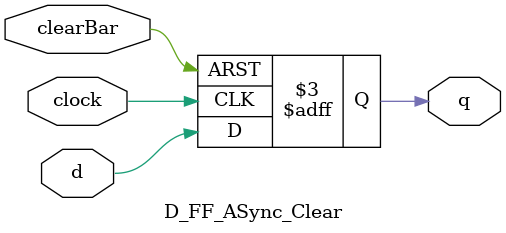
<source format=v>
module D_FF_ASync_Clear(d, clearBar, clock, q);
	input d, clearBar, clock;
	output q;
	reg q;
	
	always@(negedge clearBar or posedge clock)
		begin
			if(!clearBar)
				q <= 1'b0;
			else
				q <= d;
		end
endmodule
</source>
